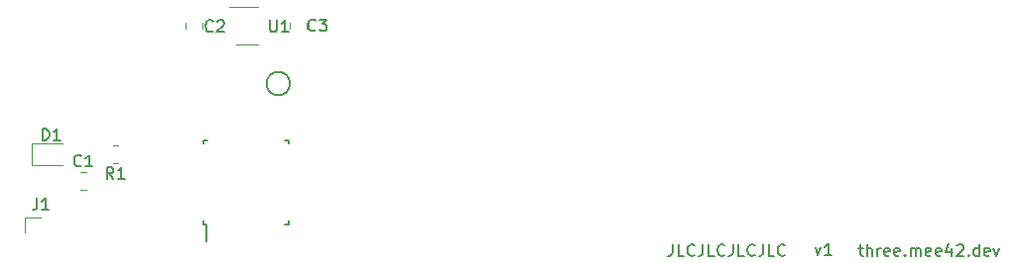
<source format=gbr>
%TF.GenerationSoftware,KiCad,Pcbnew,(5.1.9)-1*%
%TF.CreationDate,2021-08-14T02:32:22-04:00*%
%TF.ProjectId,samd21,73616d64-3231-42e6-9b69-6361645f7063,rev?*%
%TF.SameCoordinates,Original*%
%TF.FileFunction,Legend,Top*%
%TF.FilePolarity,Positive*%
%FSLAX46Y46*%
G04 Gerber Fmt 4.6, Leading zero omitted, Abs format (unit mm)*
G04 Created by KiCad (PCBNEW (5.1.9)-1) date 2021-08-14 02:32:22*
%MOMM*%
%LPD*%
G01*
G04 APERTURE LIST*
%ADD10C,0.150000*%
%ADD11C,0.120000*%
%ADD12O,1.700000X1.700000*%
%ADD13R,1.700000X1.700000*%
%ADD14O,2.700000X1.700000*%
%ADD15R,2.250000X0.500000*%
%ADD16R,1.800000X1.100000*%
%ADD17R,1.600000X0.550000*%
%ADD18R,0.550000X1.600000*%
%ADD19R,1.060000X0.650000*%
%ADD20C,1.750000*%
%ADD21C,3.987800*%
G04 APERTURE END LIST*
D10*
X147653952Y-72985380D02*
X147653952Y-73699666D01*
X147606333Y-73842523D01*
X147511095Y-73937761D01*
X147368238Y-73985380D01*
X147273000Y-73985380D01*
X148606333Y-73985380D02*
X148130142Y-73985380D01*
X148130142Y-72985380D01*
X149511095Y-73890142D02*
X149463476Y-73937761D01*
X149320619Y-73985380D01*
X149225380Y-73985380D01*
X149082523Y-73937761D01*
X148987285Y-73842523D01*
X148939666Y-73747285D01*
X148892047Y-73556809D01*
X148892047Y-73413952D01*
X148939666Y-73223476D01*
X148987285Y-73128238D01*
X149082523Y-73033000D01*
X149225380Y-72985380D01*
X149320619Y-72985380D01*
X149463476Y-73033000D01*
X149511095Y-73080619D01*
X150225380Y-72985380D02*
X150225380Y-73699666D01*
X150177761Y-73842523D01*
X150082523Y-73937761D01*
X149939666Y-73985380D01*
X149844428Y-73985380D01*
X151177761Y-73985380D02*
X150701571Y-73985380D01*
X150701571Y-72985380D01*
X152082523Y-73890142D02*
X152034904Y-73937761D01*
X151892047Y-73985380D01*
X151796809Y-73985380D01*
X151653952Y-73937761D01*
X151558714Y-73842523D01*
X151511095Y-73747285D01*
X151463476Y-73556809D01*
X151463476Y-73413952D01*
X151511095Y-73223476D01*
X151558714Y-73128238D01*
X151653952Y-73033000D01*
X151796809Y-72985380D01*
X151892047Y-72985380D01*
X152034904Y-73033000D01*
X152082523Y-73080619D01*
X152796809Y-72985380D02*
X152796809Y-73699666D01*
X152749190Y-73842523D01*
X152653952Y-73937761D01*
X152511095Y-73985380D01*
X152415857Y-73985380D01*
X153749190Y-73985380D02*
X153273000Y-73985380D01*
X153273000Y-72985380D01*
X154653952Y-73890142D02*
X154606333Y-73937761D01*
X154463476Y-73985380D01*
X154368238Y-73985380D01*
X154225380Y-73937761D01*
X154130142Y-73842523D01*
X154082523Y-73747285D01*
X154034904Y-73556809D01*
X154034904Y-73413952D01*
X154082523Y-73223476D01*
X154130142Y-73128238D01*
X154225380Y-73033000D01*
X154368238Y-72985380D01*
X154463476Y-72985380D01*
X154606333Y-73033000D01*
X154653952Y-73080619D01*
X155368238Y-72985380D02*
X155368238Y-73699666D01*
X155320619Y-73842523D01*
X155225380Y-73937761D01*
X155082523Y-73985380D01*
X154987285Y-73985380D01*
X156320619Y-73985380D02*
X155844428Y-73985380D01*
X155844428Y-72985380D01*
X157225380Y-73890142D02*
X157177761Y-73937761D01*
X157034904Y-73985380D01*
X156939666Y-73985380D01*
X156796809Y-73937761D01*
X156701571Y-73842523D01*
X156653952Y-73747285D01*
X156606333Y-73556809D01*
X156606333Y-73413952D01*
X156653952Y-73223476D01*
X156701571Y-73128238D01*
X156796809Y-73033000D01*
X156939666Y-72985380D01*
X157034904Y-72985380D01*
X157177761Y-73033000D01*
X157225380Y-73080619D01*
X159813714Y-73255714D02*
X160051809Y-73922380D01*
X160289904Y-73255714D01*
X161194666Y-73922380D02*
X160623238Y-73922380D01*
X160908952Y-73922380D02*
X160908952Y-72922380D01*
X160813714Y-73065238D01*
X160718476Y-73160476D01*
X160623238Y-73208095D01*
X163521190Y-73318714D02*
X163902142Y-73318714D01*
X163664047Y-72985380D02*
X163664047Y-73842523D01*
X163711666Y-73937761D01*
X163806904Y-73985380D01*
X163902142Y-73985380D01*
X164235476Y-73985380D02*
X164235476Y-72985380D01*
X164664047Y-73985380D02*
X164664047Y-73461571D01*
X164616428Y-73366333D01*
X164521190Y-73318714D01*
X164378333Y-73318714D01*
X164283095Y-73366333D01*
X164235476Y-73413952D01*
X165140238Y-73985380D02*
X165140238Y-73318714D01*
X165140238Y-73509190D02*
X165187857Y-73413952D01*
X165235476Y-73366333D01*
X165330714Y-73318714D01*
X165425952Y-73318714D01*
X166140238Y-73937761D02*
X166045000Y-73985380D01*
X165854523Y-73985380D01*
X165759285Y-73937761D01*
X165711666Y-73842523D01*
X165711666Y-73461571D01*
X165759285Y-73366333D01*
X165854523Y-73318714D01*
X166045000Y-73318714D01*
X166140238Y-73366333D01*
X166187857Y-73461571D01*
X166187857Y-73556809D01*
X165711666Y-73652047D01*
X166997380Y-73937761D02*
X166902142Y-73985380D01*
X166711666Y-73985380D01*
X166616428Y-73937761D01*
X166568809Y-73842523D01*
X166568809Y-73461571D01*
X166616428Y-73366333D01*
X166711666Y-73318714D01*
X166902142Y-73318714D01*
X166997380Y-73366333D01*
X167045000Y-73461571D01*
X167045000Y-73556809D01*
X166568809Y-73652047D01*
X167473571Y-73890142D02*
X167521190Y-73937761D01*
X167473571Y-73985380D01*
X167425952Y-73937761D01*
X167473571Y-73890142D01*
X167473571Y-73985380D01*
X167949761Y-73985380D02*
X167949761Y-73318714D01*
X167949761Y-73413952D02*
X167997380Y-73366333D01*
X168092619Y-73318714D01*
X168235476Y-73318714D01*
X168330714Y-73366333D01*
X168378333Y-73461571D01*
X168378333Y-73985380D01*
X168378333Y-73461571D02*
X168425952Y-73366333D01*
X168521190Y-73318714D01*
X168664047Y-73318714D01*
X168759285Y-73366333D01*
X168806904Y-73461571D01*
X168806904Y-73985380D01*
X169664047Y-73937761D02*
X169568809Y-73985380D01*
X169378333Y-73985380D01*
X169283095Y-73937761D01*
X169235476Y-73842523D01*
X169235476Y-73461571D01*
X169283095Y-73366333D01*
X169378333Y-73318714D01*
X169568809Y-73318714D01*
X169664047Y-73366333D01*
X169711666Y-73461571D01*
X169711666Y-73556809D01*
X169235476Y-73652047D01*
X170521190Y-73937761D02*
X170425952Y-73985380D01*
X170235476Y-73985380D01*
X170140238Y-73937761D01*
X170092619Y-73842523D01*
X170092619Y-73461571D01*
X170140238Y-73366333D01*
X170235476Y-73318714D01*
X170425952Y-73318714D01*
X170521190Y-73366333D01*
X170568809Y-73461571D01*
X170568809Y-73556809D01*
X170092619Y-73652047D01*
X171425952Y-73318714D02*
X171425952Y-73985380D01*
X171187857Y-72937761D02*
X170949761Y-73652047D01*
X171568809Y-73652047D01*
X171902142Y-73080619D02*
X171949761Y-73033000D01*
X172045000Y-72985380D01*
X172283095Y-72985380D01*
X172378333Y-73033000D01*
X172425952Y-73080619D01*
X172473571Y-73175857D01*
X172473571Y-73271095D01*
X172425952Y-73413952D01*
X171854523Y-73985380D01*
X172473571Y-73985380D01*
X172902142Y-73890142D02*
X172949761Y-73937761D01*
X172902142Y-73985380D01*
X172854523Y-73937761D01*
X172902142Y-73890142D01*
X172902142Y-73985380D01*
X173806904Y-73985380D02*
X173806904Y-72985380D01*
X173806904Y-73937761D02*
X173711666Y-73985380D01*
X173521190Y-73985380D01*
X173425952Y-73937761D01*
X173378333Y-73890142D01*
X173330714Y-73794904D01*
X173330714Y-73509190D01*
X173378333Y-73413952D01*
X173425952Y-73366333D01*
X173521190Y-73318714D01*
X173711666Y-73318714D01*
X173806904Y-73366333D01*
X174664047Y-73937761D02*
X174568809Y-73985380D01*
X174378333Y-73985380D01*
X174283095Y-73937761D01*
X174235476Y-73842523D01*
X174235476Y-73461571D01*
X174283095Y-73366333D01*
X174378333Y-73318714D01*
X174568809Y-73318714D01*
X174664047Y-73366333D01*
X174711666Y-73461571D01*
X174711666Y-73556809D01*
X174235476Y-73652047D01*
X175045000Y-73318714D02*
X175283095Y-73985380D01*
X175521190Y-73318714D01*
D11*
%TO.C,J1*%
X92396000Y-70679000D02*
X93726000Y-70679000D01*
X92396000Y-72009000D02*
X92396000Y-70679000D01*
D10*
%TO.C,SW1*%
X114994000Y-59237000D02*
G75*
G03*
X114994000Y-59237000I-1000000J0D01*
G01*
%TO.C,U2*%
X107852000Y-71316000D02*
X107852000Y-72741000D01*
X107627000Y-64066000D02*
X107627000Y-64391000D01*
X114877000Y-64066000D02*
X114877000Y-64391000D01*
X114877000Y-71316000D02*
X114877000Y-70991000D01*
X107627000Y-71316000D02*
X107627000Y-70991000D01*
X114877000Y-71316000D02*
X114552000Y-71316000D01*
X114877000Y-64066000D02*
X114552000Y-64066000D01*
X107627000Y-64066000D02*
X107952000Y-64066000D01*
X107627000Y-71316000D02*
X107852000Y-71316000D01*
D11*
%TO.C,U1*%
X112236000Y-52680000D02*
X109786000Y-52680000D01*
X110436000Y-55900000D02*
X112236000Y-55900000D01*
%TO.C,R1*%
X100326564Y-64543000D02*
X99872436Y-64543000D01*
X100326564Y-66013000D02*
X99872436Y-66013000D01*
%TO.C,D1*%
X92930000Y-66238000D02*
X95615000Y-66238000D01*
X92930000Y-64318000D02*
X92930000Y-66238000D01*
X95615000Y-64318000D02*
X92930000Y-64318000D01*
%TO.C,C3*%
X114962000Y-54028748D02*
X114962000Y-54551252D01*
X116432000Y-54028748D02*
X116432000Y-54551252D01*
%TO.C,C2*%
X106072000Y-54028748D02*
X106072000Y-54551252D01*
X107542000Y-54028748D02*
X107542000Y-54551252D01*
%TO.C,C1*%
X97086748Y-68299000D02*
X97609252Y-68299000D01*
X97086748Y-66829000D02*
X97609252Y-66829000D01*
%TO.C,J1*%
D10*
X93392666Y-69048380D02*
X93392666Y-69762666D01*
X93345047Y-69905523D01*
X93249809Y-70000761D01*
X93106952Y-70048380D01*
X93011714Y-70048380D01*
X94392666Y-70048380D02*
X93821238Y-70048380D01*
X94106952Y-70048380D02*
X94106952Y-69048380D01*
X94011714Y-69191238D01*
X93916476Y-69286476D01*
X93821238Y-69334095D01*
%TO.C,U1*%
X113284095Y-53808380D02*
X113284095Y-54617904D01*
X113331714Y-54713142D01*
X113379333Y-54760761D01*
X113474571Y-54808380D01*
X113665047Y-54808380D01*
X113760285Y-54760761D01*
X113807904Y-54713142D01*
X113855523Y-54617904D01*
X113855523Y-53808380D01*
X114855523Y-54808380D02*
X114284095Y-54808380D01*
X114569809Y-54808380D02*
X114569809Y-53808380D01*
X114474571Y-53951238D01*
X114379333Y-54046476D01*
X114284095Y-54094095D01*
%TO.C,R1*%
X99932833Y-67380380D02*
X99599500Y-66904190D01*
X99361404Y-67380380D02*
X99361404Y-66380380D01*
X99742357Y-66380380D01*
X99837595Y-66428000D01*
X99885214Y-66475619D01*
X99932833Y-66570857D01*
X99932833Y-66713714D01*
X99885214Y-66808952D01*
X99837595Y-66856571D01*
X99742357Y-66904190D01*
X99361404Y-66904190D01*
X100885214Y-67380380D02*
X100313785Y-67380380D01*
X100599500Y-67380380D02*
X100599500Y-66380380D01*
X100504261Y-66523238D01*
X100409023Y-66618476D01*
X100313785Y-66666095D01*
%TO.C,D1*%
X93876904Y-64080380D02*
X93876904Y-63080380D01*
X94115000Y-63080380D01*
X94257857Y-63128000D01*
X94353095Y-63223238D01*
X94400714Y-63318476D01*
X94448333Y-63508952D01*
X94448333Y-63651809D01*
X94400714Y-63842285D01*
X94353095Y-63937523D01*
X94257857Y-64032761D01*
X94115000Y-64080380D01*
X93876904Y-64080380D01*
X95400714Y-64080380D02*
X94829285Y-64080380D01*
X95115000Y-64080380D02*
X95115000Y-63080380D01*
X95019761Y-63223238D01*
X94924523Y-63318476D01*
X94829285Y-63366095D01*
%TO.C,C3*%
X117181333Y-54647142D02*
X117133714Y-54694761D01*
X116990857Y-54742380D01*
X116895619Y-54742380D01*
X116752761Y-54694761D01*
X116657523Y-54599523D01*
X116609904Y-54504285D01*
X116562285Y-54313809D01*
X116562285Y-54170952D01*
X116609904Y-53980476D01*
X116657523Y-53885238D01*
X116752761Y-53790000D01*
X116895619Y-53742380D01*
X116990857Y-53742380D01*
X117133714Y-53790000D01*
X117181333Y-53837619D01*
X117514666Y-53742380D02*
X118133714Y-53742380D01*
X117800380Y-54123333D01*
X117943238Y-54123333D01*
X118038476Y-54170952D01*
X118086095Y-54218571D01*
X118133714Y-54313809D01*
X118133714Y-54551904D01*
X118086095Y-54647142D01*
X118038476Y-54694761D01*
X117943238Y-54742380D01*
X117657523Y-54742380D01*
X117562285Y-54694761D01*
X117514666Y-54647142D01*
%TO.C,C2*%
X108418333Y-54713142D02*
X108370714Y-54760761D01*
X108227857Y-54808380D01*
X108132619Y-54808380D01*
X107989761Y-54760761D01*
X107894523Y-54665523D01*
X107846904Y-54570285D01*
X107799285Y-54379809D01*
X107799285Y-54236952D01*
X107846904Y-54046476D01*
X107894523Y-53951238D01*
X107989761Y-53856000D01*
X108132619Y-53808380D01*
X108227857Y-53808380D01*
X108370714Y-53856000D01*
X108418333Y-53903619D01*
X108799285Y-53903619D02*
X108846904Y-53856000D01*
X108942142Y-53808380D01*
X109180238Y-53808380D01*
X109275476Y-53856000D01*
X109323095Y-53903619D01*
X109370714Y-53998857D01*
X109370714Y-54094095D01*
X109323095Y-54236952D01*
X108751666Y-54808380D01*
X109370714Y-54808380D01*
%TO.C,C1*%
X97181333Y-66241142D02*
X97133714Y-66288761D01*
X96990857Y-66336380D01*
X96895619Y-66336380D01*
X96752761Y-66288761D01*
X96657523Y-66193523D01*
X96609904Y-66098285D01*
X96562285Y-65907809D01*
X96562285Y-65764952D01*
X96609904Y-65574476D01*
X96657523Y-65479238D01*
X96752761Y-65384000D01*
X96895619Y-65336380D01*
X96990857Y-65336380D01*
X97133714Y-65384000D01*
X97181333Y-65431619D01*
X98133714Y-66336380D02*
X97562285Y-66336380D01*
X97848000Y-66336380D02*
X97848000Y-65336380D01*
X97752761Y-65479238D01*
X97657523Y-65574476D01*
X97562285Y-65622095D01*
%TD*%
%LPC*%
D12*
%TO.C,J1*%
X101346000Y-72009000D03*
X98806000Y-72009000D03*
X96266000Y-72009000D03*
D13*
X93726000Y-72009000D03*
%TD*%
D14*
%TO.C,USB1*%
X92964000Y-54262000D03*
X92964000Y-61562000D03*
X97464000Y-61562000D03*
X97464000Y-54262000D03*
D15*
X97464000Y-56312000D03*
X97464000Y-57112000D03*
X97464000Y-57912000D03*
X97464000Y-58712000D03*
X97464000Y-59512000D03*
%TD*%
D16*
%TO.C,SW1*%
X110894000Y-61087000D03*
X117094000Y-57387000D03*
X110894000Y-57387000D03*
X117094000Y-61087000D03*
%TD*%
D17*
%TO.C,U2*%
X107002000Y-70491000D03*
X107002000Y-69691000D03*
X107002000Y-68891000D03*
X107002000Y-68091000D03*
X107002000Y-67291000D03*
X107002000Y-66491000D03*
X107002000Y-65691000D03*
X107002000Y-64891000D03*
D18*
X108452000Y-63441000D03*
X109252000Y-63441000D03*
X110052000Y-63441000D03*
X110852000Y-63441000D03*
X111652000Y-63441000D03*
X112452000Y-63441000D03*
X113252000Y-63441000D03*
X114052000Y-63441000D03*
D17*
X115502000Y-64891000D03*
X115502000Y-65691000D03*
X115502000Y-66491000D03*
X115502000Y-67291000D03*
X115502000Y-68091000D03*
X115502000Y-68891000D03*
X115502000Y-69691000D03*
X115502000Y-70491000D03*
D18*
X114052000Y-71941000D03*
X113252000Y-71941000D03*
X112452000Y-71941000D03*
X111652000Y-71941000D03*
X110852000Y-71941000D03*
X110052000Y-71941000D03*
X109252000Y-71941000D03*
X108452000Y-71941000D03*
%TD*%
D19*
%TO.C,U1*%
X112436000Y-53340000D03*
X112436000Y-55240000D03*
X110236000Y-55240000D03*
X110236000Y-54290000D03*
X110236000Y-53340000D03*
%TD*%
%TO.C,R1*%
G36*
G01*
X99699500Y-64827999D02*
X99699500Y-65728001D01*
G75*
G02*
X99449501Y-65978000I-249999J0D01*
G01*
X98924499Y-65978000D01*
G75*
G02*
X98674500Y-65728001I0J249999D01*
G01*
X98674500Y-64827999D01*
G75*
G02*
X98924499Y-64578000I249999J0D01*
G01*
X99449501Y-64578000D01*
G75*
G02*
X99699500Y-64827999I0J-249999D01*
G01*
G37*
G36*
G01*
X101524500Y-64827999D02*
X101524500Y-65728001D01*
G75*
G02*
X101274501Y-65978000I-249999J0D01*
G01*
X100749499Y-65978000D01*
G75*
G02*
X100499500Y-65728001I0J249999D01*
G01*
X100499500Y-64827999D01*
G75*
G02*
X100749499Y-64578000I249999J0D01*
G01*
X101274501Y-64578000D01*
G75*
G02*
X101524500Y-64827999I0J-249999D01*
G01*
G37*
%TD*%
D20*
%TO.C,MX3*%
X172593000Y-62738000D03*
X162433000Y-62738000D03*
D21*
X167513000Y-62738000D03*
%TD*%
D20*
%TO.C,MX2*%
X153543000Y-62738000D03*
X143383000Y-62738000D03*
D21*
X148463000Y-62738000D03*
%TD*%
D20*
%TO.C,MX1*%
X134470000Y-62724000D03*
X124310000Y-62724000D03*
D21*
X129390000Y-62724000D03*
%TD*%
%TO.C,D1*%
G36*
G01*
X95065000Y-65734250D02*
X95065000Y-64821750D01*
G75*
G02*
X95308750Y-64578000I243750J0D01*
G01*
X95796250Y-64578000D01*
G75*
G02*
X96040000Y-64821750I0J-243750D01*
G01*
X96040000Y-65734250D01*
G75*
G02*
X95796250Y-65978000I-243750J0D01*
G01*
X95308750Y-65978000D01*
G75*
G02*
X95065000Y-65734250I0J243750D01*
G01*
G37*
G36*
G01*
X93190000Y-65734250D02*
X93190000Y-64821750D01*
G75*
G02*
X93433750Y-64578000I243750J0D01*
G01*
X93921250Y-64578000D01*
G75*
G02*
X94165000Y-64821750I0J-243750D01*
G01*
X94165000Y-65734250D01*
G75*
G02*
X93921250Y-65978000I-243750J0D01*
G01*
X93433750Y-65978000D01*
G75*
G02*
X93190000Y-65734250I0J243750D01*
G01*
G37*
%TD*%
%TO.C,C3*%
G36*
G01*
X115222000Y-54740000D02*
X116172000Y-54740000D01*
G75*
G02*
X116422000Y-54990000I0J-250000D01*
G01*
X116422000Y-55490000D01*
G75*
G02*
X116172000Y-55740000I-250000J0D01*
G01*
X115222000Y-55740000D01*
G75*
G02*
X114972000Y-55490000I0J250000D01*
G01*
X114972000Y-54990000D01*
G75*
G02*
X115222000Y-54740000I250000J0D01*
G01*
G37*
G36*
G01*
X115222000Y-52840000D02*
X116172000Y-52840000D01*
G75*
G02*
X116422000Y-53090000I0J-250000D01*
G01*
X116422000Y-53590000D01*
G75*
G02*
X116172000Y-53840000I-250000J0D01*
G01*
X115222000Y-53840000D01*
G75*
G02*
X114972000Y-53590000I0J250000D01*
G01*
X114972000Y-53090000D01*
G75*
G02*
X115222000Y-52840000I250000J0D01*
G01*
G37*
%TD*%
%TO.C,C2*%
G36*
G01*
X106332000Y-54740000D02*
X107282000Y-54740000D01*
G75*
G02*
X107532000Y-54990000I0J-250000D01*
G01*
X107532000Y-55490000D01*
G75*
G02*
X107282000Y-55740000I-250000J0D01*
G01*
X106332000Y-55740000D01*
G75*
G02*
X106082000Y-55490000I0J250000D01*
G01*
X106082000Y-54990000D01*
G75*
G02*
X106332000Y-54740000I250000J0D01*
G01*
G37*
G36*
G01*
X106332000Y-52840000D02*
X107282000Y-52840000D01*
G75*
G02*
X107532000Y-53090000I0J-250000D01*
G01*
X107532000Y-53590000D01*
G75*
G02*
X107282000Y-53840000I-250000J0D01*
G01*
X106332000Y-53840000D01*
G75*
G02*
X106082000Y-53590000I0J250000D01*
G01*
X106082000Y-53090000D01*
G75*
G02*
X106332000Y-52840000I250000J0D01*
G01*
G37*
%TD*%
%TO.C,C1*%
G36*
G01*
X97798000Y-68039000D02*
X97798000Y-67089000D01*
G75*
G02*
X98048000Y-66839000I250000J0D01*
G01*
X98548000Y-66839000D01*
G75*
G02*
X98798000Y-67089000I0J-250000D01*
G01*
X98798000Y-68039000D01*
G75*
G02*
X98548000Y-68289000I-250000J0D01*
G01*
X98048000Y-68289000D01*
G75*
G02*
X97798000Y-68039000I0J250000D01*
G01*
G37*
G36*
G01*
X95898000Y-68039000D02*
X95898000Y-67089000D01*
G75*
G02*
X96148000Y-66839000I250000J0D01*
G01*
X96648000Y-66839000D01*
G75*
G02*
X96898000Y-67089000I0J-250000D01*
G01*
X96898000Y-68039000D01*
G75*
G02*
X96648000Y-68289000I-250000J0D01*
G01*
X96148000Y-68289000D01*
G75*
G02*
X95898000Y-68039000I0J250000D01*
G01*
G37*
%TD*%
M02*

</source>
